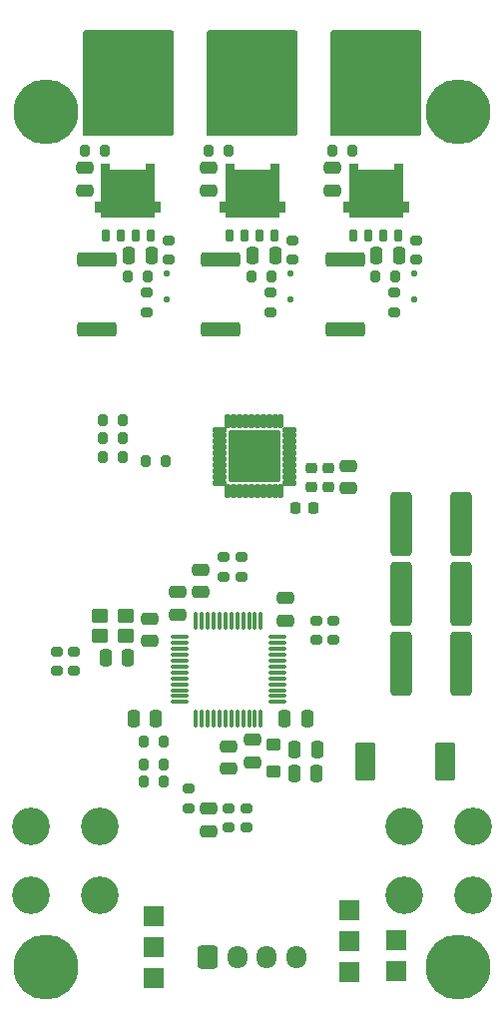
<source format=gbr>
%TF.GenerationSoftware,KiCad,Pcbnew,9.0.7*%
%TF.CreationDate,2026-02-13T21:21:15+01:00*%
%TF.ProjectId,ESC_v3,4553435f-7633-42e6-9b69-6361645f7063,rev?*%
%TF.SameCoordinates,Original*%
%TF.FileFunction,Soldermask,Top*%
%TF.FilePolarity,Negative*%
%FSLAX46Y46*%
G04 Gerber Fmt 4.6, Leading zero omitted, Abs format (unit mm)*
G04 Created by KiCad (PCBNEW 9.0.7) date 2026-02-13 21:21:15*
%MOMM*%
%LPD*%
G01*
G04 APERTURE LIST*
G04 Aperture macros list*
%AMRoundRect*
0 Rectangle with rounded corners*
0 $1 Rounding radius*
0 $2 $3 $4 $5 $6 $7 $8 $9 X,Y pos of 4 corners*
0 Add a 4 corners polygon primitive as box body*
4,1,4,$2,$3,$4,$5,$6,$7,$8,$9,$2,$3,0*
0 Add four circle primitives for the rounded corners*
1,1,$1+$1,$2,$3*
1,1,$1+$1,$4,$5*
1,1,$1+$1,$6,$7*
1,1,$1+$1,$8,$9*
0 Add four rect primitives between the rounded corners*
20,1,$1+$1,$2,$3,$4,$5,0*
20,1,$1+$1,$4,$5,$6,$7,0*
20,1,$1+$1,$6,$7,$8,$9,0*
20,1,$1+$1,$8,$9,$2,$3,0*%
%AMFreePoly0*
4,1,18,-0.697500,2.280000,2.027500,2.280000,2.502500,2.280000,2.502500,1.530000,2.027500,1.530000,2.027500,-1.530000,2.502500,-1.530000,2.502500,-2.280000,-0.697500,-2.280000,-0.697500,-2.775000,-1.602500,-2.775000,-1.602500,-2.280000,-2.027500,-2.280000,-2.027500,2.280000,-1.602500,2.280000,-1.602500,2.775000,-0.697500,2.775000,-0.697500,2.280000,-0.697500,2.280000,$1*%
G04 Aperture macros list end*
%ADD10R,1.700000X1.700000*%
%ADD11RoundRect,0.200000X-0.200000X-0.275000X0.200000X-0.275000X0.200000X0.275000X-0.200000X0.275000X0*%
%ADD12RoundRect,0.200000X0.275000X-0.200000X0.275000X0.200000X-0.275000X0.200000X-0.275000X-0.200000X0*%
%ADD13RoundRect,0.200000X-0.275000X0.200000X-0.275000X-0.200000X0.275000X-0.200000X0.275000X0.200000X0*%
%ADD14RoundRect,0.250000X0.450000X0.350000X-0.450000X0.350000X-0.450000X-0.350000X0.450000X-0.350000X0*%
%ADD15RoundRect,0.250000X-0.350000X0.275000X-0.350000X-0.275000X0.350000X-0.275000X0.350000X0.275000X0*%
%ADD16RoundRect,0.250000X0.250000X0.475000X-0.250000X0.475000X-0.250000X-0.475000X0.250000X-0.475000X0*%
%ADD17RoundRect,0.187500X0.187500X-0.312500X0.187500X0.312500X-0.187500X0.312500X-0.187500X-0.312500X0*%
%ADD18FreePoly0,90.000000*%
%ADD19RoundRect,0.125000X0.125000X-0.125000X0.125000X0.125000X-0.125000X0.125000X-0.125000X-0.125000X0*%
%ADD20RoundRect,0.250000X-1.425000X0.362500X-1.425000X-0.362500X1.425000X-0.362500X1.425000X0.362500X0*%
%ADD21RoundRect,0.200000X0.200000X0.275000X-0.200000X0.275000X-0.200000X-0.275000X0.200000X-0.275000X0*%
%ADD22RoundRect,0.250000X0.475000X-0.250000X0.475000X0.250000X-0.475000X0.250000X-0.475000X-0.250000X0*%
%ADD23C,3.200000*%
%ADD24RoundRect,0.075000X-0.662500X-0.075000X0.662500X-0.075000X0.662500X0.075000X-0.662500X0.075000X0*%
%ADD25RoundRect,0.075000X-0.075000X-0.662500X0.075000X-0.662500X0.075000X0.662500X-0.075000X0.662500X0*%
%ADD26C,5.500000*%
%ADD27RoundRect,0.250000X-0.475000X0.250000X-0.475000X-0.250000X0.475000X-0.250000X0.475000X0.250000X0*%
%ADD28RoundRect,0.166000X-0.664000X1.483437X-0.664000X-1.483437X0.664000X-1.483437X0.664000X1.483437X0*%
%ADD29RoundRect,0.165988X-0.663953X1.483220X-0.663953X-1.483220X0.663953X-1.483220X0.663953X1.483220X0*%
%ADD30RoundRect,0.032480X0.509520X0.199520X-0.509520X0.199520X-0.509520X-0.199520X0.509520X-0.199520X0*%
%ADD31RoundRect,0.032480X0.199520X0.509520X-0.199520X0.509520X-0.199520X-0.509520X0.199520X-0.509520X0*%
%ADD32RoundRect,0.102000X2.075000X2.075000X-2.075000X2.075000X-2.075000X-2.075000X2.075000X-2.075000X0*%
%ADD33RoundRect,0.225000X-0.250000X0.225000X-0.250000X-0.225000X0.250000X-0.225000X0.250000X0.225000X0*%
%ADD34RoundRect,0.250000X-0.650000X-2.450000X0.650000X-2.450000X0.650000X2.450000X-0.650000X2.450000X0*%
%ADD35RoundRect,0.225000X0.225000X0.250000X-0.225000X0.250000X-0.225000X-0.250000X0.225000X-0.250000X0*%
%ADD36RoundRect,0.250000X-0.600000X-0.725000X0.600000X-0.725000X0.600000X0.725000X-0.600000X0.725000X0*%
%ADD37O,1.700000X1.950000*%
G04 APERTURE END LIST*
D10*
%TO.C,J6*%
X153465000Y-107715000D03*
%TD*%
D11*
%TO.C,R2*%
X152024626Y-40675000D03*
X153674626Y-40675000D03*
%TD*%
%TO.C,R24*%
X131025000Y-40675000D03*
X132675000Y-40675000D03*
%TD*%
D10*
%TO.C,J4*%
X157440000Y-110315000D03*
%TD*%
D12*
%TO.C,R10*%
X146750000Y-54375000D03*
X146750000Y-52725000D03*
%TD*%
D13*
%TO.C,R44*%
X150626000Y-80525000D03*
X150626000Y-82175000D03*
%TD*%
D11*
%TO.C,R46*%
X132575000Y-63550000D03*
X134225000Y-63550000D03*
%TD*%
D14*
%TO.C,Y2*%
X134525000Y-80150000D03*
X132325000Y-80150000D03*
X132325000Y-81850000D03*
X134525000Y-81850000D03*
%TD*%
D15*
%TO.C,L2*%
X147025000Y-91075000D03*
X147025000Y-93375000D03*
%TD*%
D13*
%TO.C,R45*%
X152100000Y-80525000D03*
X152100000Y-82175000D03*
%TD*%
%TO.C,R53*%
X143250000Y-96475000D03*
X143250000Y-98125000D03*
%TD*%
D16*
%TO.C,C39*%
X150725000Y-91525000D03*
X148825000Y-91525000D03*
%TD*%
D17*
%TO.C,Q4*%
X143295000Y-47854750D03*
X144565000Y-47854750D03*
X145835000Y-47854750D03*
X147105000Y-47854750D03*
D18*
X145200000Y-44362500D03*
%TD*%
D19*
%TO.C,D8*%
X158924626Y-53275000D03*
X158924626Y-51075000D03*
%TD*%
D10*
%TO.C,J9*%
X136900000Y-105600000D03*
%TD*%
D16*
%TO.C,C42*%
X150700000Y-93500000D03*
X148800000Y-93500000D03*
%TD*%
D20*
%TO.C,R29*%
X142575000Y-49912500D03*
X142575000Y-55837500D03*
%TD*%
%TO.C,R25*%
X153074626Y-49912500D03*
X153074626Y-55837500D03*
%TD*%
D21*
%TO.C,R37*%
X137700000Y-90850000D03*
X136050000Y-90850000D03*
%TD*%
D22*
%TO.C,C35*%
X145200000Y-92550000D03*
X145200000Y-90650000D03*
%TD*%
D11*
%TO.C,R38*%
X136200000Y-67000000D03*
X137850000Y-67000000D03*
%TD*%
D23*
%TO.C,J2*%
X126440000Y-98015000D03*
X126440000Y-103885000D03*
X132310000Y-98015000D03*
X132310000Y-103885000D03*
%TD*%
D13*
%TO.C,R41*%
X130100000Y-83150000D03*
X130100000Y-84800000D03*
%TD*%
%TO.C,R43*%
X144300000Y-75175000D03*
X144300000Y-76825000D03*
%TD*%
%TO.C,R54*%
X139800000Y-94825000D03*
X139800000Y-96475000D03*
%TD*%
D24*
%TO.C,U5*%
X139037500Y-81950000D03*
X139037500Y-82450000D03*
X139037500Y-82950000D03*
X139037500Y-83450000D03*
X139037500Y-83950000D03*
X139037500Y-84450000D03*
X139037500Y-84950000D03*
X139037500Y-85450000D03*
X139037500Y-85950000D03*
X139037500Y-86450000D03*
X139037500Y-86950000D03*
X139037500Y-87450000D03*
D25*
X140450000Y-88862500D03*
X140950000Y-88862500D03*
X141450000Y-88862500D03*
X141950000Y-88862500D03*
X142450000Y-88862500D03*
X142950000Y-88862500D03*
X143450000Y-88862500D03*
X143950000Y-88862500D03*
X144450000Y-88862500D03*
X144950000Y-88862500D03*
X145450000Y-88862500D03*
X145950000Y-88862500D03*
D24*
X147362500Y-87450000D03*
X147362500Y-86950000D03*
X147362500Y-86450000D03*
X147362500Y-85950000D03*
X147362500Y-85450000D03*
X147362500Y-84950000D03*
X147362500Y-84450000D03*
X147362500Y-83950000D03*
X147362500Y-83450000D03*
X147362500Y-82950000D03*
X147362500Y-82450000D03*
X147362500Y-81950000D03*
D25*
X145950000Y-80537500D03*
X145450000Y-80537500D03*
X144950000Y-80537500D03*
X144450000Y-80537500D03*
X143950000Y-80537500D03*
X143450000Y-80537500D03*
X142950000Y-80537500D03*
X142450000Y-80537500D03*
X141950000Y-80537500D03*
X141450000Y-80537500D03*
X140950000Y-80537500D03*
X140450000Y-80537500D03*
%TD*%
D10*
%TO.C,J7*%
X157440000Y-107690000D03*
%TD*%
D26*
%TO.C,H4*%
X162700000Y-109950000D03*
%TD*%
D16*
%TO.C,C6*%
X157649626Y-49600000D03*
X155749626Y-49600000D03*
%TD*%
D11*
%TO.C,R16*%
X141525000Y-40675000D03*
X143175000Y-40675000D03*
%TD*%
D27*
%TO.C,C40*%
X136500000Y-80375000D03*
X136500000Y-82275000D03*
%TD*%
D10*
%TO.C,J8*%
X136900000Y-110840000D03*
%TD*%
D19*
%TO.C,D4*%
X148425000Y-53275000D03*
X148425000Y-51075000D03*
%TD*%
D27*
%TO.C,C28*%
X153400000Y-67400000D03*
X153400000Y-69300000D03*
%TD*%
D13*
%TO.C,R42*%
X142800000Y-75175000D03*
X142800000Y-76825000D03*
%TD*%
D12*
%TO.C,R12*%
X159124626Y-49925000D03*
X159124626Y-48275000D03*
%TD*%
D28*
%TO.C,D1*%
X161555000Y-92500557D03*
D29*
X154786061Y-92499688D03*
%TD*%
D10*
%TO.C,J10*%
X136900000Y-108225000D03*
%TD*%
D30*
%TO.C,U2*%
X148335000Y-68850000D03*
X148335000Y-68350000D03*
X148335000Y-67850000D03*
X148335000Y-67350000D03*
X148335000Y-66850000D03*
X148335000Y-66350000D03*
X148335000Y-65850000D03*
X148335000Y-65350000D03*
X148335000Y-64850000D03*
X148335000Y-64350000D03*
D31*
X147650000Y-63665000D03*
X147150000Y-63665000D03*
X146650000Y-63665000D03*
X146150000Y-63665000D03*
X145650000Y-63665000D03*
X145150000Y-63665000D03*
X144650000Y-63665000D03*
X144150000Y-63665000D03*
X143650000Y-63665000D03*
X143150000Y-63665000D03*
D30*
X142465000Y-64350000D03*
X142465000Y-64850000D03*
X142465000Y-65350000D03*
X142465000Y-65850000D03*
X142465000Y-66350000D03*
X142465000Y-66850000D03*
X142465000Y-67350000D03*
X142465000Y-67850000D03*
X142465000Y-68350000D03*
X142465000Y-68850000D03*
D31*
X143150000Y-69535000D03*
X143650000Y-69535000D03*
X144150000Y-69535000D03*
X144650000Y-69535000D03*
X145150000Y-69535000D03*
X145650000Y-69535000D03*
X146150000Y-69535000D03*
X146650000Y-69535000D03*
X147150000Y-69535000D03*
X147650000Y-69535000D03*
D32*
X145400000Y-66600000D03*
%TD*%
D16*
%TO.C,C41*%
X134675000Y-83725000D03*
X132775000Y-83725000D03*
%TD*%
D12*
%TO.C,R52*%
X144725000Y-98125000D03*
X144725000Y-96475000D03*
%TD*%
D10*
%TO.C,J3*%
X153465000Y-105090000D03*
%TD*%
D22*
%TO.C,C43*%
X143225000Y-93125000D03*
X143225000Y-91225000D03*
%TD*%
D12*
%TO.C,R18*%
X138125000Y-49925000D03*
X138125000Y-48275000D03*
%TD*%
D27*
%TO.C,C38*%
X140875000Y-76225000D03*
X140875000Y-78125000D03*
%TD*%
%TO.C,C37*%
X148000000Y-78650000D03*
X148000000Y-80550000D03*
%TD*%
D16*
%TO.C,C36*%
X149875000Y-88850000D03*
X147975000Y-88850000D03*
%TD*%
D33*
%TO.C,C23*%
X151675000Y-67650000D03*
X151675000Y-69200000D03*
%TD*%
D11*
%TO.C,R48*%
X132575000Y-66650000D03*
X134225000Y-66650000D03*
%TD*%
D20*
%TO.C,R30*%
X132075000Y-49912500D03*
X132075000Y-55837500D03*
%TD*%
D12*
%TO.C,R8*%
X148625000Y-49925000D03*
X148625000Y-48275000D03*
%TD*%
D21*
%TO.C,R39*%
X137700000Y-92725000D03*
X136050000Y-92725000D03*
%TD*%
D16*
%TO.C,C8*%
X147150000Y-49600000D03*
X145250000Y-49600000D03*
%TD*%
D34*
%TO.C,C19*%
X157825000Y-78300000D03*
X162925000Y-78300000D03*
%TD*%
D23*
%TO.C,J11*%
X158090000Y-97990000D03*
X158090000Y-103860000D03*
X163960000Y-97990000D03*
X163960000Y-103860000D03*
%TD*%
D26*
%TO.C,H2*%
X162700000Y-37400000D03*
%TD*%
D35*
%TO.C,C20*%
X150425000Y-71000000D03*
X148875000Y-71000000D03*
%TD*%
D36*
%TO.C,J1*%
X141450000Y-109130000D03*
D37*
X143950000Y-109130000D03*
X146450000Y-109130000D03*
X148950000Y-109130000D03*
%TD*%
D19*
%TO.C,D6*%
X137925000Y-53275000D03*
X137925000Y-51075000D03*
%TD*%
D17*
%TO.C,Q2*%
X153794626Y-47854750D03*
X155064626Y-47854750D03*
X156334626Y-47854750D03*
X157604626Y-47854750D03*
D18*
X155699626Y-44362500D03*
%TD*%
D27*
%TO.C,C32*%
X141525000Y-96500000D03*
X141525000Y-98400000D03*
%TD*%
D26*
%TO.C,H1*%
X127700000Y-37400000D03*
%TD*%
D16*
%TO.C,C12*%
X136650000Y-49600000D03*
X134750000Y-49600000D03*
%TD*%
D27*
%TO.C,C9*%
X141525000Y-42150000D03*
X141525000Y-44050000D03*
%TD*%
%TO.C,C13*%
X131025000Y-42150000D03*
X131025000Y-44050000D03*
%TD*%
D17*
%TO.C,Q6*%
X132795000Y-47851585D03*
X134065000Y-47851585D03*
X135335000Y-47851585D03*
X136605000Y-47851585D03*
D18*
X134700000Y-44359335D03*
%TD*%
D21*
%TO.C,R22*%
X136325000Y-51325000D03*
X134675000Y-51325000D03*
%TD*%
D12*
%TO.C,R20*%
X136250000Y-54375000D03*
X136250000Y-52725000D03*
%TD*%
D16*
%TO.C,C48*%
X137050000Y-88825000D03*
X135150000Y-88825000D03*
%TD*%
D13*
%TO.C,R40*%
X128625000Y-83150000D03*
X128625000Y-84800000D03*
%TD*%
D12*
%TO.C,R4*%
X157249626Y-54375000D03*
X157249626Y-52725000D03*
%TD*%
D10*
%TO.C,J5*%
X153465000Y-110340000D03*
%TD*%
D21*
%TO.C,R34*%
X137700000Y-94200000D03*
X136050000Y-94200000D03*
%TD*%
%TO.C,R6*%
X157324626Y-51325000D03*
X155674626Y-51325000D03*
%TD*%
D11*
%TO.C,R47*%
X132575000Y-65100000D03*
X134225000Y-65100000D03*
%TD*%
D34*
%TO.C,C26*%
X157825000Y-84225000D03*
X162925000Y-84225000D03*
%TD*%
%TO.C,C1*%
X157825000Y-72375000D03*
X162925000Y-72375000D03*
%TD*%
D26*
%TO.C,H3*%
X127700000Y-109950000D03*
%TD*%
D27*
%TO.C,C3*%
X152024626Y-42150000D03*
X152024626Y-44050000D03*
%TD*%
D33*
%TO.C,C22*%
X150200000Y-67650000D03*
X150200000Y-69200000D03*
%TD*%
D21*
%TO.C,R14*%
X146825000Y-51325000D03*
X145175000Y-51325000D03*
%TD*%
D27*
%TO.C,C24*%
X138875000Y-78150000D03*
X138875000Y-80050000D03*
%TD*%
G36*
X159468039Y-30494685D02*
G01*
X159513794Y-30547489D01*
X159525000Y-30599000D01*
X159525000Y-39276000D01*
X159505315Y-39343039D01*
X159452511Y-39388794D01*
X159401000Y-39400000D01*
X151999000Y-39400000D01*
X151931961Y-39380315D01*
X151886206Y-39327511D01*
X151875000Y-39276000D01*
X151875000Y-30599000D01*
X151894685Y-30531961D01*
X151947489Y-30486206D01*
X151999000Y-30475000D01*
X159401000Y-30475000D01*
X159468039Y-30494685D01*
G37*
G36*
X138468039Y-30494685D02*
G01*
X138513794Y-30547489D01*
X138525000Y-30599000D01*
X138525000Y-39276000D01*
X138505315Y-39343039D01*
X138452511Y-39388794D01*
X138401000Y-39400000D01*
X130999000Y-39400000D01*
X130931961Y-39380315D01*
X130886206Y-39327511D01*
X130875000Y-39276000D01*
X130875000Y-30599000D01*
X130894685Y-30531961D01*
X130947489Y-30486206D01*
X130999000Y-30475000D01*
X138401000Y-30475000D01*
X138468039Y-30494685D01*
G37*
G36*
X148968039Y-30494685D02*
G01*
X149013794Y-30547489D01*
X149025000Y-30599000D01*
X149025000Y-39276000D01*
X149005315Y-39343039D01*
X148952511Y-39388794D01*
X148901000Y-39400000D01*
X141499000Y-39400000D01*
X141431961Y-39380315D01*
X141386206Y-39327511D01*
X141375000Y-39276000D01*
X141375000Y-30599000D01*
X141394685Y-30531961D01*
X141447489Y-30486206D01*
X141499000Y-30475000D01*
X148901000Y-30475000D01*
X148968039Y-30494685D01*
G37*
M02*

</source>
